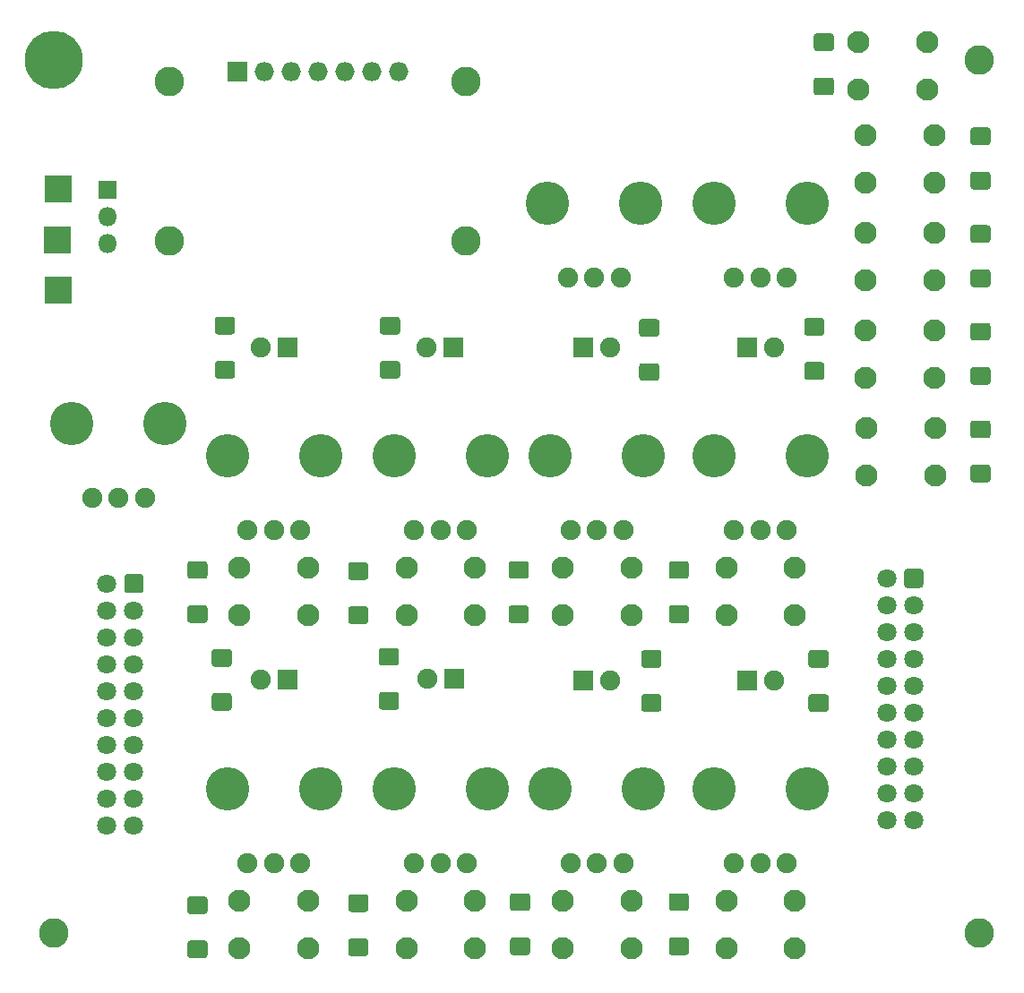
<source format=gbr>
%TF.GenerationSoftware,KiCad,Pcbnew,(5.1.6-0-10_14)*%
%TF.CreationDate,2020-08-30T21:59:19+02:00*%
%TF.ProjectId,sequencer-pcb,73657175-656e-4636-9572-2d7063622e6b,rev?*%
%TF.SameCoordinates,Original*%
%TF.FileFunction,Soldermask,Bot*%
%TF.FilePolarity,Negative*%
%FSLAX46Y46*%
G04 Gerber Fmt 4.6, Leading zero omitted, Abs format (unit mm)*
G04 Created by KiCad (PCBNEW (5.1.6-0-10_14)) date 2020-08-30 21:59:19*
%MOMM*%
%LPD*%
G01*
G04 APERTURE LIST*
%ADD10R,2.600000X2.600000*%
%ADD11O,1.800000X1.800000*%
%ADD12R,1.800000X1.800000*%
%ADD13C,1.900000*%
%ADD14C,4.100000*%
%ADD15C,1.800000*%
%ADD16C,2.800000*%
%ADD17O,1.827200X1.827200*%
%ADD18R,1.827200X1.827200*%
%ADD19C,2.100000*%
%ADD20C,5.500000*%
%ADD21R,1.900000X1.900000*%
G04 APERTURE END LIST*
D10*
%TO.C,+5V*%
X100950000Y-75250000D03*
%TD*%
%TO.C,GND*%
X100900000Y-70475000D03*
%TD*%
%TO.C,+3V3*%
X100950000Y-65700000D03*
%TD*%
D11*
%TO.C,PWR*%
X105600000Y-70830000D03*
X105600000Y-68290000D03*
D12*
X105600000Y-65750000D03*
%TD*%
D13*
%TO.C,RV1*%
X118838000Y-97930000D03*
X121338000Y-97930000D03*
X123838000Y-97930000D03*
D14*
X116938000Y-90930000D03*
X125738000Y-90930000D03*
%TD*%
D15*
%TO.C,J2*%
X105560000Y-125860000D03*
X105560000Y-123320000D03*
X105560000Y-120780000D03*
X105560000Y-118240000D03*
X105560000Y-115700000D03*
X105560000Y-113160000D03*
X105560000Y-110620000D03*
X105560000Y-108080000D03*
X105560000Y-105540000D03*
X105560000Y-103000000D03*
X108100000Y-125860000D03*
X108100000Y-123320000D03*
X108100000Y-120780000D03*
X108100000Y-118240000D03*
X108100000Y-115700000D03*
X108100000Y-113160000D03*
X108100000Y-110620000D03*
X108100000Y-108080000D03*
X108100000Y-105540000D03*
G36*
G01*
X109000000Y-102364706D02*
X109000000Y-103635294D01*
G75*
G02*
X108735294Y-103900000I-264706J0D01*
G01*
X107464706Y-103900000D01*
G75*
G02*
X107200000Y-103635294I0J264706D01*
G01*
X107200000Y-102364706D01*
G75*
G02*
X107464706Y-102100000I264706J0D01*
G01*
X108735294Y-102100000D01*
G75*
G02*
X109000000Y-102364706I0J-264706D01*
G01*
G37*
%TD*%
%TO.C,J1*%
G36*
G01*
X182696000Y-101866706D02*
X182696000Y-103137294D01*
G75*
G02*
X182431294Y-103402000I-264706J0D01*
G01*
X181160706Y-103402000D01*
G75*
G02*
X180896000Y-103137294I0J264706D01*
G01*
X180896000Y-101866706D01*
G75*
G02*
X181160706Y-101602000I264706J0D01*
G01*
X182431294Y-101602000D01*
G75*
G02*
X182696000Y-101866706I0J-264706D01*
G01*
G37*
X181796000Y-105042000D03*
X181796000Y-107582000D03*
X181796000Y-110122000D03*
X181796000Y-112662000D03*
X181796000Y-115202000D03*
X181796000Y-117742000D03*
X181796000Y-120282000D03*
X181796000Y-122822000D03*
X181796000Y-125362000D03*
X179256000Y-102502000D03*
X179256000Y-105042000D03*
X179256000Y-107582000D03*
X179256000Y-110122000D03*
X179256000Y-112662000D03*
X179256000Y-115202000D03*
X179256000Y-117742000D03*
X179256000Y-120282000D03*
X179256000Y-122822000D03*
X179256000Y-125362000D03*
%TD*%
%TO.C,R15*%
G36*
G01*
X172115872Y-113450000D02*
X173484128Y-113450000D01*
G75*
G02*
X173750000Y-113715872I0J-265872D01*
G01*
X173750000Y-114859128D01*
G75*
G02*
X173484128Y-115125000I-265872J0D01*
G01*
X172115872Y-115125000D01*
G75*
G02*
X171850000Y-114859128I0J265872D01*
G01*
X171850000Y-113715872D01*
G75*
G02*
X172115872Y-113450000I265872J0D01*
G01*
G37*
G36*
G01*
X172115872Y-109275000D02*
X173484128Y-109275000D01*
G75*
G02*
X173750000Y-109540872I0J-265872D01*
G01*
X173750000Y-110684128D01*
G75*
G02*
X173484128Y-110950000I-265872J0D01*
G01*
X172115872Y-110950000D01*
G75*
G02*
X171850000Y-110684128I0J265872D01*
G01*
X171850000Y-109540872D01*
G75*
G02*
X172115872Y-109275000I265872J0D01*
G01*
G37*
%TD*%
%TO.C,R22*%
G36*
G01*
X187415872Y-82516666D02*
X188784128Y-82516666D01*
G75*
G02*
X189050000Y-82782538I0J-265872D01*
G01*
X189050000Y-83925794D01*
G75*
G02*
X188784128Y-84191666I-265872J0D01*
G01*
X187415872Y-84191666D01*
G75*
G02*
X187150000Y-83925794I0J265872D01*
G01*
X187150000Y-82782538D01*
G75*
G02*
X187415872Y-82516666I265872J0D01*
G01*
G37*
G36*
G01*
X187415872Y-78341666D02*
X188784128Y-78341666D01*
G75*
G02*
X189050000Y-78607538I0J-265872D01*
G01*
X189050000Y-79750794D01*
G75*
G02*
X188784128Y-80016666I-265872J0D01*
G01*
X187415872Y-80016666D01*
G75*
G02*
X187150000Y-79750794I0J265872D01*
G01*
X187150000Y-78607538D01*
G75*
G02*
X187415872Y-78341666I265872J0D01*
G01*
G37*
%TD*%
%TO.C,R21*%
G36*
G01*
X187415872Y-73283333D02*
X188784128Y-73283333D01*
G75*
G02*
X189050000Y-73549205I0J-265872D01*
G01*
X189050000Y-74692461D01*
G75*
G02*
X188784128Y-74958333I-265872J0D01*
G01*
X187415872Y-74958333D01*
G75*
G02*
X187150000Y-74692461I0J265872D01*
G01*
X187150000Y-73549205D01*
G75*
G02*
X187415872Y-73283333I265872J0D01*
G01*
G37*
G36*
G01*
X187415872Y-69108333D02*
X188784128Y-69108333D01*
G75*
G02*
X189050000Y-69374205I0J-265872D01*
G01*
X189050000Y-70517461D01*
G75*
G02*
X188784128Y-70783333I-265872J0D01*
G01*
X187415872Y-70783333D01*
G75*
G02*
X187150000Y-70517461I0J265872D01*
G01*
X187150000Y-69374205D01*
G75*
G02*
X187415872Y-69108333I265872J0D01*
G01*
G37*
%TD*%
%TO.C,R20*%
G36*
G01*
X172615872Y-55150000D02*
X173984128Y-55150000D01*
G75*
G02*
X174250000Y-55415872I0J-265872D01*
G01*
X174250000Y-56559128D01*
G75*
G02*
X173984128Y-56825000I-265872J0D01*
G01*
X172615872Y-56825000D01*
G75*
G02*
X172350000Y-56559128I0J265872D01*
G01*
X172350000Y-55415872D01*
G75*
G02*
X172615872Y-55150000I265872J0D01*
G01*
G37*
G36*
G01*
X172615872Y-50975000D02*
X173984128Y-50975000D01*
G75*
G02*
X174250000Y-51240872I0J-265872D01*
G01*
X174250000Y-52384128D01*
G75*
G02*
X173984128Y-52650000I-265872J0D01*
G01*
X172615872Y-52650000D01*
G75*
G02*
X172350000Y-52384128I0J265872D01*
G01*
X172350000Y-51240872D01*
G75*
G02*
X172615872Y-50975000I265872J0D01*
G01*
G37*
%TD*%
%TO.C,R19*%
G36*
G01*
X188784128Y-61550000D02*
X187415872Y-61550000D01*
G75*
G02*
X187150000Y-61284128I0J265872D01*
G01*
X187150000Y-60140872D01*
G75*
G02*
X187415872Y-59875000I265872J0D01*
G01*
X188784128Y-59875000D01*
G75*
G02*
X189050000Y-60140872I0J-265872D01*
G01*
X189050000Y-61284128D01*
G75*
G02*
X188784128Y-61550000I-265872J0D01*
G01*
G37*
G36*
G01*
X188784128Y-65725000D02*
X187415872Y-65725000D01*
G75*
G02*
X187150000Y-65459128I0J265872D01*
G01*
X187150000Y-64315872D01*
G75*
G02*
X187415872Y-64050000I265872J0D01*
G01*
X188784128Y-64050000D01*
G75*
G02*
X189050000Y-64315872I0J-265872D01*
G01*
X189050000Y-65459128D01*
G75*
G02*
X188784128Y-65725000I-265872J0D01*
G01*
G37*
%TD*%
%TO.C,R18*%
G36*
G01*
X187415872Y-91750000D02*
X188784128Y-91750000D01*
G75*
G02*
X189050000Y-92015872I0J-265872D01*
G01*
X189050000Y-93159128D01*
G75*
G02*
X188784128Y-93425000I-265872J0D01*
G01*
X187415872Y-93425000D01*
G75*
G02*
X187150000Y-93159128I0J265872D01*
G01*
X187150000Y-92015872D01*
G75*
G02*
X187415872Y-91750000I265872J0D01*
G01*
G37*
G36*
G01*
X187415872Y-87575000D02*
X188784128Y-87575000D01*
G75*
G02*
X189050000Y-87840872I0J-265872D01*
G01*
X189050000Y-88984128D01*
G75*
G02*
X188784128Y-89250000I-265872J0D01*
G01*
X187415872Y-89250000D01*
G75*
G02*
X187150000Y-88984128I0J265872D01*
G01*
X187150000Y-87840872D01*
G75*
G02*
X187415872Y-87575000I265872J0D01*
G01*
G37*
%TD*%
D16*
%TO.C,OLED Display*%
X139450000Y-70550000D03*
X139450000Y-55550000D03*
X111450000Y-70550000D03*
X111450000Y-55550000D03*
D17*
X133090000Y-54550000D03*
X128010000Y-54550000D03*
X130550000Y-54550000D03*
D18*
X117850000Y-54550000D03*
D17*
X125470000Y-54550000D03*
X120390000Y-54550000D03*
X122930000Y-54550000D03*
%TD*%
D13*
%TO.C,SP3*%
X104150000Y-94900000D03*
X106650000Y-94900000D03*
X109150000Y-94900000D03*
D14*
X102250000Y-87900000D03*
X111050000Y-87900000D03*
%TD*%
%TO.C,SP2*%
X171723000Y-67026000D03*
X162923000Y-67026000D03*
D13*
X169823000Y-74026000D03*
X167323000Y-74026000D03*
X164823000Y-74026000D03*
%TD*%
%TO.C,SP1*%
X149110000Y-74026000D03*
X151610000Y-74026000D03*
X154110000Y-74026000D03*
D14*
X147210000Y-67026000D03*
X156010000Y-67026000D03*
%TD*%
%TO.C,RV8*%
X171723000Y-122426000D03*
X162923000Y-122426000D03*
D13*
X169823000Y-129426000D03*
X167323000Y-129426000D03*
X164823000Y-129426000D03*
%TD*%
%TO.C,RV7*%
X149364000Y-129426000D03*
X151864000Y-129426000D03*
X154364000Y-129426000D03*
D14*
X147464000Y-122426000D03*
X156264000Y-122426000D03*
%TD*%
D13*
%TO.C,RV6*%
X134597000Y-129426000D03*
X137097000Y-129426000D03*
X139597000Y-129426000D03*
D14*
X132697000Y-122426000D03*
X141497000Y-122426000D03*
%TD*%
D13*
%TO.C,RV5*%
X118838000Y-129426000D03*
X121338000Y-129426000D03*
X123838000Y-129426000D03*
D14*
X116938000Y-122426000D03*
X125738000Y-122426000D03*
%TD*%
%TO.C,RV4*%
X171723000Y-90930000D03*
X162923000Y-90930000D03*
D13*
X169823000Y-97930000D03*
X167323000Y-97930000D03*
X164823000Y-97930000D03*
%TD*%
%TO.C,RV3*%
X149364000Y-97930000D03*
X151864000Y-97930000D03*
X154364000Y-97930000D03*
D14*
X147464000Y-90930000D03*
X156264000Y-90930000D03*
%TD*%
D13*
%TO.C,RV2*%
X134597000Y-97930000D03*
X137097000Y-97930000D03*
X139597000Y-97930000D03*
D14*
X132697000Y-90930000D03*
X141497000Y-90930000D03*
%TD*%
D19*
%TO.C,SSW5*%
X183073000Y-51800000D03*
X183073000Y-56300000D03*
X176573000Y-51800000D03*
X176573000Y-56300000D03*
%TD*%
%TO.C,SSW1*%
X183828000Y-88278000D03*
X183828000Y-92778000D03*
X177328000Y-88278000D03*
X177328000Y-92778000D03*
%TD*%
%TO.C,SSW3*%
X183724000Y-69820666D03*
X183724000Y-74320666D03*
X177224000Y-69820666D03*
X177224000Y-74320666D03*
%TD*%
%TO.C,SSW2*%
X183724000Y-79049332D03*
X183724000Y-83549332D03*
X177224000Y-79049332D03*
X177224000Y-83549332D03*
%TD*%
%TO.C,SSW4*%
X183724000Y-60592000D03*
X183724000Y-65092000D03*
X177224000Y-60592000D03*
X177224000Y-65092000D03*
%TD*%
%TO.C,SW8*%
X164073000Y-137482000D03*
X164073000Y-132982000D03*
X170573000Y-137482000D03*
X170573000Y-132982000D03*
%TD*%
%TO.C,SW7*%
X155114000Y-132982000D03*
X155114000Y-137482000D03*
X148614000Y-132982000D03*
X148614000Y-137482000D03*
%TD*%
%TO.C,SW6*%
X140347000Y-132982000D03*
X140347000Y-137482000D03*
X133847000Y-132982000D03*
X133847000Y-137482000D03*
%TD*%
%TO.C,SW5*%
X124588000Y-132982000D03*
X124588000Y-137482000D03*
X118088000Y-132982000D03*
X118088000Y-137482000D03*
%TD*%
%TO.C,SW4*%
X164073000Y-105986000D03*
X164073000Y-101486000D03*
X170573000Y-105986000D03*
X170573000Y-101486000D03*
%TD*%
%TO.C,SW3*%
X155114000Y-101486000D03*
X155114000Y-105986000D03*
X148614000Y-101486000D03*
X148614000Y-105986000D03*
%TD*%
%TO.C,SW2*%
X140347000Y-101486000D03*
X140347000Y-105986000D03*
X133847000Y-101486000D03*
X133847000Y-105986000D03*
%TD*%
%TO.C,SW1*%
X124588000Y-101486000D03*
X124588000Y-105986000D03*
X118088000Y-101486000D03*
X118088000Y-105986000D03*
%TD*%
%TO.C,R17*%
G36*
G01*
X160284128Y-133950000D02*
X158915872Y-133950000D01*
G75*
G02*
X158650000Y-133684128I0J265872D01*
G01*
X158650000Y-132540872D01*
G75*
G02*
X158915872Y-132275000I265872J0D01*
G01*
X160284128Y-132275000D01*
G75*
G02*
X160550000Y-132540872I0J-265872D01*
G01*
X160550000Y-133684128D01*
G75*
G02*
X160284128Y-133950000I-265872J0D01*
G01*
G37*
G36*
G01*
X160284128Y-138125000D02*
X158915872Y-138125000D01*
G75*
G02*
X158650000Y-137859128I0J265872D01*
G01*
X158650000Y-136715872D01*
G75*
G02*
X158915872Y-136450000I265872J0D01*
G01*
X160284128Y-136450000D01*
G75*
G02*
X160550000Y-136715872I0J-265872D01*
G01*
X160550000Y-137859128D01*
G75*
G02*
X160284128Y-138125000I-265872J0D01*
G01*
G37*
%TD*%
%TO.C,R16*%
G36*
G01*
X143915872Y-136450000D02*
X145284128Y-136450000D01*
G75*
G02*
X145550000Y-136715872I0J-265872D01*
G01*
X145550000Y-137859128D01*
G75*
G02*
X145284128Y-138125000I-265872J0D01*
G01*
X143915872Y-138125000D01*
G75*
G02*
X143650000Y-137859128I0J265872D01*
G01*
X143650000Y-136715872D01*
G75*
G02*
X143915872Y-136450000I265872J0D01*
G01*
G37*
G36*
G01*
X143915872Y-132275000D02*
X145284128Y-132275000D01*
G75*
G02*
X145550000Y-132540872I0J-265872D01*
G01*
X145550000Y-133684128D01*
G75*
G02*
X145284128Y-133950000I-265872J0D01*
G01*
X143915872Y-133950000D01*
G75*
G02*
X143650000Y-133684128I0J265872D01*
G01*
X143650000Y-132540872D01*
G75*
G02*
X143915872Y-132275000I265872J0D01*
G01*
G37*
%TD*%
%TO.C,R14*%
G36*
G01*
X157684128Y-110950000D02*
X156315872Y-110950000D01*
G75*
G02*
X156050000Y-110684128I0J265872D01*
G01*
X156050000Y-109540872D01*
G75*
G02*
X156315872Y-109275000I265872J0D01*
G01*
X157684128Y-109275000D01*
G75*
G02*
X157950000Y-109540872I0J-265872D01*
G01*
X157950000Y-110684128D01*
G75*
G02*
X157684128Y-110950000I-265872J0D01*
G01*
G37*
G36*
G01*
X157684128Y-115125000D02*
X156315872Y-115125000D01*
G75*
G02*
X156050000Y-114859128I0J265872D01*
G01*
X156050000Y-113715872D01*
G75*
G02*
X156315872Y-113450000I265872J0D01*
G01*
X157684128Y-113450000D01*
G75*
G02*
X157950000Y-113715872I0J-265872D01*
G01*
X157950000Y-114859128D01*
G75*
G02*
X157684128Y-115125000I-265872J0D01*
G01*
G37*
%TD*%
%TO.C,R13*%
G36*
G01*
X129984128Y-138225000D02*
X128615872Y-138225000D01*
G75*
G02*
X128350000Y-137959128I0J265872D01*
G01*
X128350000Y-136815872D01*
G75*
G02*
X128615872Y-136550000I265872J0D01*
G01*
X129984128Y-136550000D01*
G75*
G02*
X130250000Y-136815872I0J-265872D01*
G01*
X130250000Y-137959128D01*
G75*
G02*
X129984128Y-138225000I-265872J0D01*
G01*
G37*
G36*
G01*
X129984128Y-134050000D02*
X128615872Y-134050000D01*
G75*
G02*
X128350000Y-133784128I0J265872D01*
G01*
X128350000Y-132640872D01*
G75*
G02*
X128615872Y-132375000I265872J0D01*
G01*
X129984128Y-132375000D01*
G75*
G02*
X130250000Y-132640872I0J-265872D01*
G01*
X130250000Y-133784128D01*
G75*
G02*
X129984128Y-134050000I-265872J0D01*
G01*
G37*
%TD*%
%TO.C,R12*%
G36*
G01*
X113415872Y-136750000D02*
X114784128Y-136750000D01*
G75*
G02*
X115050000Y-137015872I0J-265872D01*
G01*
X115050000Y-138159128D01*
G75*
G02*
X114784128Y-138425000I-265872J0D01*
G01*
X113415872Y-138425000D01*
G75*
G02*
X113150000Y-138159128I0J265872D01*
G01*
X113150000Y-137015872D01*
G75*
G02*
X113415872Y-136750000I265872J0D01*
G01*
G37*
G36*
G01*
X113415872Y-132575000D02*
X114784128Y-132575000D01*
G75*
G02*
X115050000Y-132840872I0J-265872D01*
G01*
X115050000Y-133984128D01*
G75*
G02*
X114784128Y-134250000I-265872J0D01*
G01*
X113415872Y-134250000D01*
G75*
G02*
X113150000Y-133984128I0J265872D01*
G01*
X113150000Y-132840872D01*
G75*
G02*
X113415872Y-132575000I265872J0D01*
G01*
G37*
%TD*%
%TO.C,R11*%
G36*
G01*
X131515872Y-113250000D02*
X132884128Y-113250000D01*
G75*
G02*
X133150000Y-113515872I0J-265872D01*
G01*
X133150000Y-114659128D01*
G75*
G02*
X132884128Y-114925000I-265872J0D01*
G01*
X131515872Y-114925000D01*
G75*
G02*
X131250000Y-114659128I0J265872D01*
G01*
X131250000Y-113515872D01*
G75*
G02*
X131515872Y-113250000I265872J0D01*
G01*
G37*
G36*
G01*
X131515872Y-109075000D02*
X132884128Y-109075000D01*
G75*
G02*
X133150000Y-109340872I0J-265872D01*
G01*
X133150000Y-110484128D01*
G75*
G02*
X132884128Y-110750000I-265872J0D01*
G01*
X131515872Y-110750000D01*
G75*
G02*
X131250000Y-110484128I0J265872D01*
G01*
X131250000Y-109340872D01*
G75*
G02*
X131515872Y-109075000I265872J0D01*
G01*
G37*
%TD*%
%TO.C,R10*%
G36*
G01*
X117084128Y-110850000D02*
X115715872Y-110850000D01*
G75*
G02*
X115450000Y-110584128I0J265872D01*
G01*
X115450000Y-109440872D01*
G75*
G02*
X115715872Y-109175000I265872J0D01*
G01*
X117084128Y-109175000D01*
G75*
G02*
X117350000Y-109440872I0J-265872D01*
G01*
X117350000Y-110584128D01*
G75*
G02*
X117084128Y-110850000I-265872J0D01*
G01*
G37*
G36*
G01*
X117084128Y-115025000D02*
X115715872Y-115025000D01*
G75*
G02*
X115450000Y-114759128I0J265872D01*
G01*
X115450000Y-113615872D01*
G75*
G02*
X115715872Y-113350000I265872J0D01*
G01*
X117084128Y-113350000D01*
G75*
G02*
X117350000Y-113615872I0J-265872D01*
G01*
X117350000Y-114759128D01*
G75*
G02*
X117084128Y-115025000I-265872J0D01*
G01*
G37*
%TD*%
%TO.C,R8*%
G36*
G01*
X160284128Y-102550000D02*
X158915872Y-102550000D01*
G75*
G02*
X158650000Y-102284128I0J265872D01*
G01*
X158650000Y-101140872D01*
G75*
G02*
X158915872Y-100875000I265872J0D01*
G01*
X160284128Y-100875000D01*
G75*
G02*
X160550000Y-101140872I0J-265872D01*
G01*
X160550000Y-102284128D01*
G75*
G02*
X160284128Y-102550000I-265872J0D01*
G01*
G37*
G36*
G01*
X160284128Y-106725000D02*
X158915872Y-106725000D01*
G75*
G02*
X158650000Y-106459128I0J265872D01*
G01*
X158650000Y-105315872D01*
G75*
G02*
X158915872Y-105050000I265872J0D01*
G01*
X160284128Y-105050000D01*
G75*
G02*
X160550000Y-105315872I0J-265872D01*
G01*
X160550000Y-106459128D01*
G75*
G02*
X160284128Y-106725000I-265872J0D01*
G01*
G37*
%TD*%
%TO.C,R7*%
G36*
G01*
X143773872Y-100875000D02*
X145142128Y-100875000D01*
G75*
G02*
X145408000Y-101140872I0J-265872D01*
G01*
X145408000Y-102284128D01*
G75*
G02*
X145142128Y-102550000I-265872J0D01*
G01*
X143773872Y-102550000D01*
G75*
G02*
X143508000Y-102284128I0J265872D01*
G01*
X143508000Y-101140872D01*
G75*
G02*
X143773872Y-100875000I265872J0D01*
G01*
G37*
G36*
G01*
X143773872Y-105050000D02*
X145142128Y-105050000D01*
G75*
G02*
X145408000Y-105315872I0J-265872D01*
G01*
X145408000Y-106459128D01*
G75*
G02*
X145142128Y-106725000I-265872J0D01*
G01*
X143773872Y-106725000D01*
G75*
G02*
X143508000Y-106459128I0J265872D01*
G01*
X143508000Y-105315872D01*
G75*
G02*
X143773872Y-105050000I265872J0D01*
G01*
G37*
%TD*%
%TO.C,R6*%
G36*
G01*
X171715872Y-77875000D02*
X173084128Y-77875000D01*
G75*
G02*
X173350000Y-78140872I0J-265872D01*
G01*
X173350000Y-79284128D01*
G75*
G02*
X173084128Y-79550000I-265872J0D01*
G01*
X171715872Y-79550000D01*
G75*
G02*
X171450000Y-79284128I0J265872D01*
G01*
X171450000Y-78140872D01*
G75*
G02*
X171715872Y-77875000I265872J0D01*
G01*
G37*
G36*
G01*
X171715872Y-82050000D02*
X173084128Y-82050000D01*
G75*
G02*
X173350000Y-82315872I0J-265872D01*
G01*
X173350000Y-83459128D01*
G75*
G02*
X173084128Y-83725000I-265872J0D01*
G01*
X171715872Y-83725000D01*
G75*
G02*
X171450000Y-83459128I0J265872D01*
G01*
X171450000Y-82315872D01*
G75*
G02*
X171715872Y-82050000I265872J0D01*
G01*
G37*
%TD*%
%TO.C,R5*%
G36*
G01*
X157484128Y-79650000D02*
X156115872Y-79650000D01*
G75*
G02*
X155850000Y-79384128I0J265872D01*
G01*
X155850000Y-78240872D01*
G75*
G02*
X156115872Y-77975000I265872J0D01*
G01*
X157484128Y-77975000D01*
G75*
G02*
X157750000Y-78240872I0J-265872D01*
G01*
X157750000Y-79384128D01*
G75*
G02*
X157484128Y-79650000I-265872J0D01*
G01*
G37*
G36*
G01*
X157484128Y-83825000D02*
X156115872Y-83825000D01*
G75*
G02*
X155850000Y-83559128I0J265872D01*
G01*
X155850000Y-82415872D01*
G75*
G02*
X156115872Y-82150000I265872J0D01*
G01*
X157484128Y-82150000D01*
G75*
G02*
X157750000Y-82415872I0J-265872D01*
G01*
X157750000Y-83559128D01*
G75*
G02*
X157484128Y-83825000I-265872J0D01*
G01*
G37*
%TD*%
%TO.C,R4*%
G36*
G01*
X129984128Y-102650000D02*
X128615872Y-102650000D01*
G75*
G02*
X128350000Y-102384128I0J265872D01*
G01*
X128350000Y-101240872D01*
G75*
G02*
X128615872Y-100975000I265872J0D01*
G01*
X129984128Y-100975000D01*
G75*
G02*
X130250000Y-101240872I0J-265872D01*
G01*
X130250000Y-102384128D01*
G75*
G02*
X129984128Y-102650000I-265872J0D01*
G01*
G37*
G36*
G01*
X129984128Y-106825000D02*
X128615872Y-106825000D01*
G75*
G02*
X128350000Y-106559128I0J265872D01*
G01*
X128350000Y-105415872D01*
G75*
G02*
X128615872Y-105150000I265872J0D01*
G01*
X129984128Y-105150000D01*
G75*
G02*
X130250000Y-105415872I0J-265872D01*
G01*
X130250000Y-106559128D01*
G75*
G02*
X129984128Y-106825000I-265872J0D01*
G01*
G37*
%TD*%
%TO.C,R3*%
G36*
G01*
X113415872Y-105050000D02*
X114784128Y-105050000D01*
G75*
G02*
X115050000Y-105315872I0J-265872D01*
G01*
X115050000Y-106459128D01*
G75*
G02*
X114784128Y-106725000I-265872J0D01*
G01*
X113415872Y-106725000D01*
G75*
G02*
X113150000Y-106459128I0J265872D01*
G01*
X113150000Y-105315872D01*
G75*
G02*
X113415872Y-105050000I265872J0D01*
G01*
G37*
G36*
G01*
X113415872Y-100875000D02*
X114784128Y-100875000D01*
G75*
G02*
X115050000Y-101140872I0J-265872D01*
G01*
X115050000Y-102284128D01*
G75*
G02*
X114784128Y-102550000I-265872J0D01*
G01*
X113415872Y-102550000D01*
G75*
G02*
X113150000Y-102284128I0J265872D01*
G01*
X113150000Y-101140872D01*
G75*
G02*
X113415872Y-100875000I265872J0D01*
G01*
G37*
%TD*%
%TO.C,R2*%
G36*
G01*
X131615872Y-81950000D02*
X132984128Y-81950000D01*
G75*
G02*
X133250000Y-82215872I0J-265872D01*
G01*
X133250000Y-83359128D01*
G75*
G02*
X132984128Y-83625000I-265872J0D01*
G01*
X131615872Y-83625000D01*
G75*
G02*
X131350000Y-83359128I0J265872D01*
G01*
X131350000Y-82215872D01*
G75*
G02*
X131615872Y-81950000I265872J0D01*
G01*
G37*
G36*
G01*
X131615872Y-77775000D02*
X132984128Y-77775000D01*
G75*
G02*
X133250000Y-78040872I0J-265872D01*
G01*
X133250000Y-79184128D01*
G75*
G02*
X132984128Y-79450000I-265872J0D01*
G01*
X131615872Y-79450000D01*
G75*
G02*
X131350000Y-79184128I0J265872D01*
G01*
X131350000Y-78040872D01*
G75*
G02*
X131615872Y-77775000I265872J0D01*
G01*
G37*
%TD*%
%TO.C,R1*%
G36*
G01*
X117384128Y-79450000D02*
X116015872Y-79450000D01*
G75*
G02*
X115750000Y-79184128I0J265872D01*
G01*
X115750000Y-78040872D01*
G75*
G02*
X116015872Y-77775000I265872J0D01*
G01*
X117384128Y-77775000D01*
G75*
G02*
X117650000Y-78040872I0J-265872D01*
G01*
X117650000Y-79184128D01*
G75*
G02*
X117384128Y-79450000I-265872J0D01*
G01*
G37*
G36*
G01*
X117384128Y-83625000D02*
X116015872Y-83625000D01*
G75*
G02*
X115750000Y-83359128I0J265872D01*
G01*
X115750000Y-82215872D01*
G75*
G02*
X116015872Y-81950000I265872J0D01*
G01*
X117384128Y-81950000D01*
G75*
G02*
X117650000Y-82215872I0J-265872D01*
G01*
X117650000Y-83359128D01*
G75*
G02*
X117384128Y-83625000I-265872J0D01*
G01*
G37*
%TD*%
D20*
%TO.C,GND*%
X100500000Y-53500000D03*
%TD*%
D16*
%TO.C,H3*%
X188000000Y-53500000D03*
%TD*%
%TO.C,H2*%
X188000000Y-136000000D03*
%TD*%
%TO.C,H1*%
X100500000Y-136000000D03*
%TD*%
D13*
%TO.C,D8*%
X168588000Y-112154000D03*
D21*
X166048000Y-112154000D03*
%TD*%
%TO.C,D7*%
X150589000Y-112154000D03*
D13*
X153129000Y-112154000D03*
%TD*%
D21*
%TO.C,D6*%
X138372000Y-112000000D03*
D13*
X135832000Y-112000000D03*
%TD*%
D21*
%TO.C,D5*%
X122613000Y-112100000D03*
D13*
X120073000Y-112100000D03*
%TD*%
%TO.C,D4*%
X168588000Y-80658000D03*
D21*
X166048000Y-80658000D03*
%TD*%
%TO.C,D3*%
X150589000Y-80658000D03*
D13*
X153129000Y-80658000D03*
%TD*%
D21*
%TO.C,D2*%
X138300000Y-80700000D03*
D13*
X135760000Y-80700000D03*
%TD*%
D21*
%TO.C,D1*%
X122613000Y-80658000D03*
D13*
X120073000Y-80658000D03*
%TD*%
M02*

</source>
